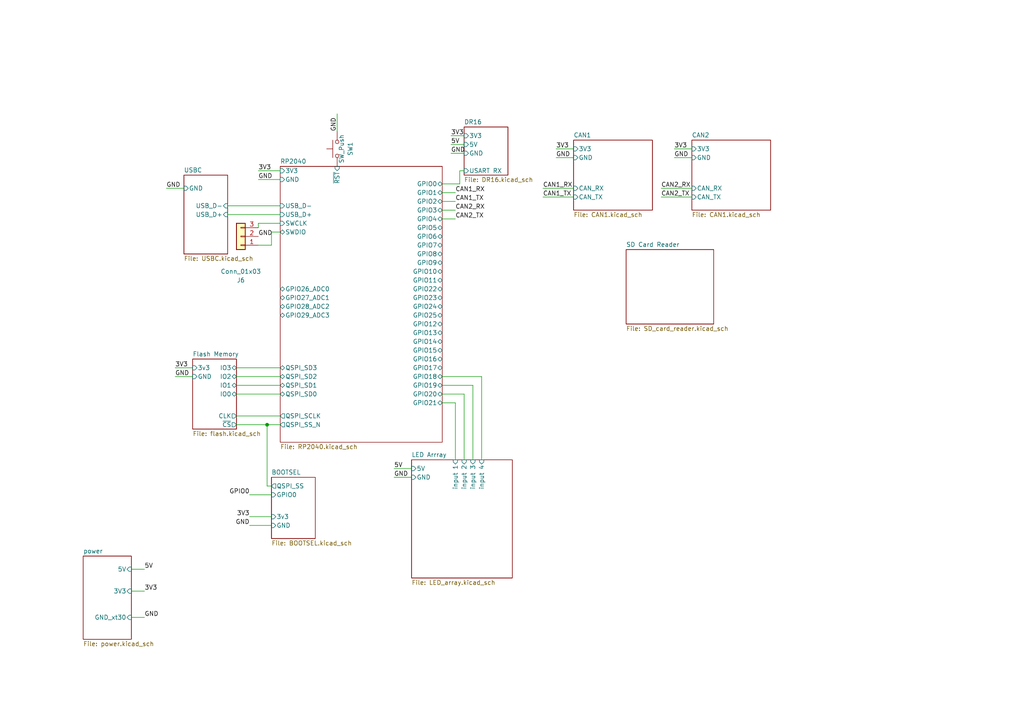
<source format=kicad_sch>
(kicad_sch (version 20230121) (generator eeschema)
  (paper "A4")
  (lib_symbols
    (symbol "Connector_Generic:Conn_01x03" (pin_names (offset 1.016) hide)
      (property "Reference" "J" (at 0 5.08 0))
      (property "Value" "Conn_01x03" (at 0 -5.08 0))
      (symbol "Conn_01x03_1_1"
        (rectangle (start -1.27 -2.413) (end 0 -2.667) (stroke (width 0.1524)))
        (rectangle (start -1.27 0.127) (end 0 -0.127) (stroke (width 0.1524)))
        (rectangle (start -1.27 2.667) (end 0 2.413) (stroke (width 0.1524)))
        (rectangle (start -1.27 3.81) (end 1.27 -3.81) (stroke (width 0.254)) (fill (type background)))
        (pin passive line (at -5.08 2.54 0) (length 3.81) (name "Pin_1") (number "1"))
        (pin passive line (at -5.08 0 0) (length 3.81) (name "Pin_2") (number "2"))
        (pin passive line (at -5.08 -2.54 0) (length 3.81) (name "Pin_3") (number "3"))
      )
    )
    (symbol "Switch:SW_Push" (pin_numbers hide) (pin_names (offset 1.016) hide)
      (property "Reference" "SW" (at 1.27 2.54 0))
      (property "Value" "SW_Push" (at 0 -1.524 0))
      (symbol "SW_Push_0_1"
        (circle (center -2.032 0) (radius 0.508))
        (polyline (pts (xy 0 1.27) (xy 0 3.048)))
        (polyline (pts (xy 2.54 1.27) (xy -2.54 1.27)))
        (circle (center 2.032 0) (radius 0.508))
        (pin passive line (at -5.08 0 0) (length 2.54) (name "1") (number "1"))
        (pin passive line (at 5.08 0 180) (length 2.54) (name "2") (number "2"))
      )
    )
  )
  (junction (at 77.47 123.19))
  (wire (pts (xy 68.58 106.68) (xy 81.28 106.68)))
  (wire (pts (xy 191.77 54.61) (xy 200.66 54.61)))
  (wire (pts (xy 128.27 116.84) (xy 132.08 116.84)))
  (wire (pts (xy 133.35 53.34) (xy 128.27 53.34)))
  (wire (pts (xy 137.16 111.76) (xy 137.16 133.35)))
  (wire (pts (xy 128.27 114.3) (xy 134.62 114.3)))
  (wire (pts (xy 48.26 54.61) (xy 53.34 54.61)))
  (wire (pts (xy 134.62 114.3) (xy 134.62 133.35)))
  (wire (pts (xy 50.8 109.22) (xy 55.88 109.22)))
  (wire (pts (xy 132.08 116.84) (xy 132.08 133.35)))
  (wire (pts (xy 72.39 152.4) (xy 78.74 152.4)))
  (wire (pts (xy 66.04 62.23) (xy 81.28 62.23)))
  (wire (pts (xy 68.58 123.19) (xy 77.47 123.19)))
  (wire (pts (xy 72.39 143.51) (xy 78.74 143.51)))
  (wire (pts (xy 50.8 106.68) (xy 55.88 106.68)))
  (wire (pts (xy 133.35 49.53) (xy 134.62 49.53)))
  (wire (pts (xy 68.58 109.22) (xy 81.28 109.22)))
  (wire (pts (xy 38.1 165.1) (xy 41.91 165.1)))
  (wire (pts (xy 78.74 140.97) (xy 77.47 140.97)))
  (wire (pts (xy 68.58 114.3) (xy 81.28 114.3)))
  (wire (pts (xy 77.47 123.19) (xy 81.28 123.19)))
  (wire (pts (xy 114.3 135.89) (xy 119.38 135.89)))
  (wire (pts (xy 128.27 60.96) (xy 132.08 60.96)))
  (wire (pts (xy 195.58 43.18) (xy 200.66 43.18)))
  (wire (pts (xy 66.04 59.69) (xy 81.28 59.69)))
  (wire (pts (xy 128.27 111.76) (xy 137.16 111.76)))
  (wire (pts (xy 133.35 49.53) (xy 133.35 53.34)))
  (wire (pts (xy 78.74 67.31) (xy 78.74 71.12)))
  (wire (pts (xy 161.29 45.72) (xy 166.37 45.72)))
  (wire (pts (xy 38.1 171.45) (xy 41.91 171.45)))
  (wire (pts (xy 191.77 57.15) (xy 200.66 57.15)))
  (wire (pts (xy 128.27 109.22) (xy 139.7 109.22)))
  (wire (pts (xy 114.3 138.43) (xy 119.38 138.43)))
  (wire (pts (xy 68.58 111.76) (xy 81.28 111.76)))
  (wire (pts (xy 74.93 49.53) (xy 81.28 49.53)))
  (wire (pts (xy 81.28 67.31) (xy 78.74 67.31)))
  (wire (pts (xy 161.29 43.18) (xy 166.37 43.18)))
  (wire (pts (xy 97.79 33.02) (xy 97.79 38.1)))
  (wire (pts (xy 128.27 63.5) (xy 132.08 63.5)))
  (wire (pts (xy 72.39 149.86) (xy 78.74 149.86)))
  (wire (pts (xy 130.81 41.91) (xy 134.62 41.91)))
  (wire (pts (xy 38.1 179.07) (xy 41.91 179.07)))
  (wire (pts (xy 128.27 58.42) (xy 132.08 58.42)))
  (wire (pts (xy 74.93 64.77) (xy 74.93 66.04)))
  (wire (pts (xy 68.58 120.65) (xy 81.28 120.65)))
  (wire (pts (xy 157.48 57.15) (xy 166.37 57.15)))
  (wire (pts (xy 74.93 52.07) (xy 81.28 52.07)))
  (wire (pts (xy 195.58 45.72) (xy 200.66 45.72)))
  (wire (pts (xy 78.74 71.12) (xy 74.93 71.12)))
  (wire (pts (xy 128.27 55.88) (xy 132.08 55.88)))
  (wire (pts (xy 139.7 109.22) (xy 139.7 133.35)))
  (wire (pts (xy 77.47 123.19) (xy 77.47 140.97)))
  (wire (pts (xy 81.28 64.77) (xy 74.93 64.77)))
  (wire (pts (xy 130.81 39.37) (xy 134.62 39.37)))
  (wire (pts (xy 157.48 54.61) (xy 166.37 54.61)))
  (wire (pts (xy 130.81 44.45) (xy 134.62 44.45)))
  (label "CAN2_RX" (at 132.08 60.96 0))
  (label "5V" (at 114.3 135.89 0))
  (label "CAN1_RX" (at 157.48 54.61 0))
  (label "GND" (at 72.39 152.4 180))
  (label "CAN1_TX" (at 132.08 58.42 0))
  (label "GND" (at 97.79 38.1 90))
  (label "GND" (at 50.8 109.22 0))
  (label "3V3" (at 130.81 39.37 0))
  (label "3V3" (at 74.93 49.53 0))
  (label "3V3" (at 41.91 171.45 0))
  (label "GND" (at 48.26 54.61 0))
  (label "CAN2_RX" (at 191.77 54.61 0))
  (label "GND" (at 74.93 52.07 0))
  (label "GND" (at 41.91 179.07 0))
  (label "GND" (at 114.3 138.43 0))
  (label "CAN1_TX" (at 157.48 57.15 0))
  (label "3V3" (at 195.58 43.18 0))
  (label "CAN1_RX" (at 132.08 55.88 0))
  (label "3V3" (at 161.29 43.18 0))
  (label "GND" (at 195.58 45.72 0))
  (label "3V3" (at 72.39 149.86 180))
  (label "GND" (at 161.29 45.72 0))
  (label "GND" (at 130.81 44.45 0))
  (label "GND" (at 74.93 68.58 0))
  (label "GPIO0" (at 72.39 143.51 180))
  (label "CAN2_TX" (at 191.77 57.15 0))
  (label "3V3" (at 50.8 106.68 0))
  (label "5V" (at 130.81 41.91 0))
  (label "CAN2_TX" (at 132.08 63.5 0))
  (label "5V" (at 41.91 165.1 0))
  (symbol (lib_id "Switch:SW_Push") (at 97.79 43.18 90) (unit 1)
    (property "Reference" "SW1" (at 101.6 43.18 0))
    (property "Value" "SW_Push" (at 99.06 43.18 0))
  )
  (symbol (lib_id "Connector_Generic:Conn_01x03") (at 69.85 68.58 180) (unit 1)
    (property "Reference" "J6" (at 69.85 81.28 0))
    (property "Value" "Conn_01x03" (at 69.85 78.74 0))
    (property "Footprint" "Connector_PinHeader_2.00mm:PinHeader_1x03_P2.00mm_Horizontal" (effects hide))
  )
  (sheet (at 55.88 104.14) (size 12.7 20.32) (stroke (width 0.1524))
    (property "Sheetname" "Flash Memory" (at 55.88 103.4284 0) (effects (justify left bottom)))
    (property "Sheetfile" "flash.kicad_sch" (at 55.88 125.0446 0) (effects (justify left top)))
    (pin "IO2" bidirectional (at 68.58 109.22 0))
    (pin "IO1" bidirectional (at 68.58 111.76 0))
    (pin "IO3" bidirectional (at 68.58 106.68 0))
    (pin "GND" input (at 55.88 109.22 180))
    (pin "3v3" input (at 55.88 106.68 180))
    (pin "~{CS}" output (at 68.58 123.19 0))
    (pin "IO0" bidirectional (at 68.58 114.3 0))
    (pin "CLK" output (at 68.58 120.65 0))
  )
  (sheet (at 119.38 133.35) (size 29.21 34.29) (stroke (width 0.1524))
    (property "Sheetname" "LED Arrray" (at 119.38 132.6384 0) (effects (justify left bottom)))
    (property "Sheetfile" "LED_array.kicad_sch" (at 119.38 168.2246 0) (effects (justify left top)))
    (pin "GND" input (at 119.38 138.43 180))
    (pin "input 2" input (at 134.62 133.35 90))
    (pin "input 4" input (at 139.7 133.35 90))
    (pin "input 3" input (at 137.16 133.35 90))
    (pin "input 1" input (at 132.08 133.35 90))
    (pin "5V" input (at 119.38 135.89 180))
  )
  (sheet (at 53.34 50.8) (size 12.7 22.86) (stroke (width 0.1524))
    (property "Sheetname" "USBC" (at 53.34 50.0884 0) (effects (justify left bottom)))
    (property "Sheetfile" "USBC.kicad_sch" (at 53.34 74.2446 0) (effects (justify left top)))
    (pin "GND" input (at 53.34 54.61 180))
    (pin "USB_D+" input (at 66.04 62.23 0))
    (pin "USB_D-" input (at 66.04 59.69 0))
  )
  (sheet (at 81.28 48.26) (size 46.99 80.01) (stroke (width 0.1524))
    (property "Sheetname" "RP2040" (at 81.28 47.5484 0) (effects (justify left bottom)))
    (property "Sheetfile" "RP2040.kicad_sch" (at 81.28 128.8546 0) (effects (justify left top)))
    (pin "GND" input (at 81.28 52.07 180))
    (pin "GPIO12" bidirectional (at 128.27 93.98 0))
    (pin "GPIO13" bidirectional (at 128.27 96.52 0))
    (pin "GPIO1" tri_state (at 128.27 55.88 0))
    (pin "GPIO0" tri_state (at 128.27 53.34 0))
    (pin "GPIO28_ADC2" bidirectional (at 81.28 88.9 180))
    (pin "GPIO26_ADC0" bidirectional (at 81.28 83.82 180))
    (pin "GPIO27_ADC1" bidirectional (at 81.28 86.36 180))
    (pin "GPIO29_ADC3" bidirectional (at 81.28 91.44 180))
    (pin "GPIO3" tri_state (at 128.27 60.96 0))
    (pin "GPIO4" tri_state (at 128.27 63.5 0))
    (pin "GPIO2" tri_state (at 128.27 58.42 0))
    (pin "GPIO6" tri_state (at 128.27 68.58 0))
    (pin "GPIO5" tri_state (at 128.27 66.04 0))
    (pin "USB_D-" input (at 81.28 59.69 180))
    (pin "USB_D+" input (at 81.28 62.23 180))
    (pin "3V3" input (at 81.28 49.53 180))
    (pin "SWCLK" input (at 81.28 64.77 180))
    (pin "SWDIO" bidirectional (at 81.28 67.31 180))
    (pin "QSPI_SCLK" output (at 81.28 120.65 180))
    (pin "QSPI_SS_N" output (at 81.28 123.19 180))
    (pin "~{RST}" input (at 97.79 48.26 90))
    (pin "QSPI_SD0" bidirectional (at 81.28 114.3 180))
    (pin "QSPI_SD3" bidirectional (at 81.28 106.68 180))
    (pin "QSPI_SD2" bidirectional (at 81.28 109.22 180))
    (pin "QSPI_SD1" bidirectional (at 81.28 111.76 180))
    (pin "GPIO14" bidirectional (at 128.27 99.06 0))
    (pin "GPIO17" bidirectional (at 128.27 106.68 0))
    (pin "GPIO16" bidirectional (at 128.27 104.14 0))
    (pin "GPIO15" bidirectional (at 128.27 101.6 0))
    (pin "GPIO18" bidirectional (at 128.27 109.22 0))
    (pin "GPIO20" bidirectional (at 128.27 114.3 0))
    (pin "GPIO19" bidirectional (at 128.27 111.76 0))
    (pin "GPIO21" bidirectional (at 128.27 116.84 0))
    (pin "GPIO25" bidirectional (at 128.27 91.44 0))
    (pin "GPIO23" bidirectional (at 128.27 86.36 0))
    (pin "GPIO22" bidirectional (at 128.27 83.82 0))
    (pin "GPIO24" bidirectional (at 128.27 88.9 0))
    (pin "GPIO9" tri_state (at 128.27 76.2 0))
    (pin "GPIO8" tri_state (at 128.27 73.66 0))
    (pin "GPIO11" bidirectional (at 128.27 81.28 0))
    (pin "GPIO7" tri_state (at 128.27 71.12 0))
    (pin "GPIO10" bidirectional (at 128.27 78.74 0))
  )
  (sheet (at 24.13 161.29) (size 13.97 24.13) (stroke (width 0.1524))
    (property "Sheetname" "power" (at 24.13 160.5784 0) (effects (justify left bottom)))
    (property "Sheetfile" "power.kicad_sch" (at 24.13 186.0046 0) (effects (justify left top)))
    (pin "5V" input (at 38.1 165.1 0))
    (pin "3V3" input (at 38.1 171.45 0))
    (pin "GND_xt30" input (at 38.1 179.07 0))
  )
  (sheet (at 166.37 40.64) (size 22.86 20.32) (stroke (width 0.1524))
    (property "Sheetname" "CAN1" (at 166.37 39.9284 0) (effects (justify left bottom)))
    (property "Sheetfile" "CAN1.kicad_sch" (at 166.37 61.5446 0) (effects (justify left top)))
    (pin "CAN_RX" input (at 166.37 54.61 180))
    (pin "3V3" input (at 166.37 43.18 180))
    (pin "CAN_TX" input (at 166.37 57.15 180))
    (pin "GND" input (at 166.37 45.72 180))
  )
  (sheet (at 181.61 72.39) (size 25.4 21.59) (stroke (width 0.1524))
    (property "Sheetname" "SD Card Reader" (at 181.61 71.6784 0) (effects (justify left bottom)))
    (property "Sheetfile" "SD_card_reader.kicad_sch" (at 181.61 94.5646 0) (effects (justify left top)))
  )
  (sheet (at 200.66 40.64) (size 22.86 20.32) (stroke (width 0.1524))
    (property "Sheetname" "CAN2" (at 200.66 39.9284 0) (effects (justify left bottom)))
    (property "Sheetfile" "CAN1.kicad_sch" (at 200.66 61.5446 0) (effects (justify left top)))
    (pin "CAN_RX" input (at 200.66 54.61 180))
    (pin "3V3" input (at 200.66 43.18 180))
    (pin "CAN_TX" input (at 200.66 57.15 180))
    (pin "GND" input (at 200.66 45.72 180))
  )
  (sheet (at 134.62 36.83) (size 12.7 13.97) (stroke (width 0.1524))
    (property "Sheetname" "DR16" (at 134.62 36.1184 0) (effects (justify left bottom)))
    (property "Sheetfile" "DR16.kicad_sch" (at 134.62 51.3846 0) (effects (justify left top)))
    (pin "GND" input (at 134.62 44.45 180))
    (pin "5V" input (at 134.62 41.91 180))
    (pin "USART RX" input (at 134.62 49.53 180))
    (pin "3V3" input (at 134.62 39.37 180))
  )
  (sheet (at 78.74 138.43) (size 12.7 17.78) (stroke (width 0.1524))
    (property "Sheetname" "BOOTSEL" (at 78.74 137.7184 0) (effects (justify left bottom)))
    (property "Sheetfile" "BOOTSEL.kicad_sch" (at 78.74 156.7946 0) (effects (justify left top)))
    (pin "GND" input (at 78.74 152.4 180))
    (pin "QSPI_SS" output (at 78.74 140.97 180))
    (pin "3v3" input (at 78.74 149.86 180))
    (pin "GPIO0" input (at 78.74 143.51 180))
  )
)
</source>
